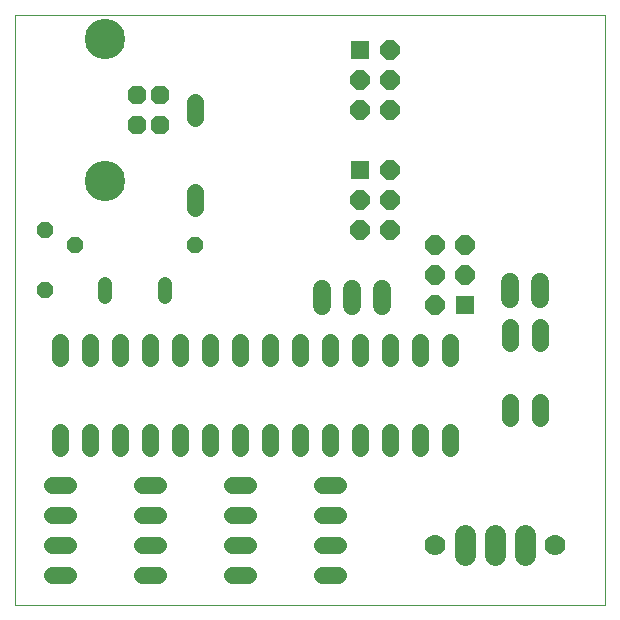
<source format=gbs>
G75*
G70*
%OFA0B0*%
%FSLAX24Y24*%
%IPPOS*%
%LPD*%
%AMOC8*
5,1,8,0,0,1.08239X$1,22.5*
%
%ADD10C,0.0000*%
%ADD11OC8,0.0614*%
%ADD12C,0.1346*%
%ADD13OC8,0.0560*%
%ADD14C,0.0560*%
%ADD15C,0.0480*%
%ADD16R,0.0640X0.0640*%
%ADD17OC8,0.0640*%
%ADD18C,0.0600*%
%ADD19C,0.0690*%
%ADD20C,0.0700*%
D10*
X001180Y001180D02*
X001180Y020865D01*
X020865Y020865D01*
X020865Y001180D01*
X001180Y001180D01*
D11*
X005247Y017188D03*
X006034Y017188D03*
X006034Y018172D03*
X005247Y018172D03*
D12*
X004180Y020050D03*
X004180Y015310D03*
D13*
X002180Y013680D03*
X003180Y013180D03*
X002180Y011680D03*
X007180Y013180D03*
D14*
X007180Y014420D02*
X007180Y014940D01*
X007180Y017420D02*
X007180Y017940D01*
X006680Y009940D02*
X006680Y009420D01*
X007680Y009420D02*
X007680Y009940D01*
X008680Y009940D02*
X008680Y009420D01*
X009680Y009420D02*
X009680Y009940D01*
X010680Y009940D02*
X010680Y009420D01*
X011680Y009420D02*
X011680Y009940D01*
X012680Y009940D02*
X012680Y009420D01*
X013680Y009420D02*
X013680Y009940D01*
X014680Y009940D02*
X014680Y009420D01*
X015680Y009420D02*
X015680Y009940D01*
X017680Y009920D02*
X017680Y010440D01*
X018680Y010440D02*
X018680Y009920D01*
X018680Y007940D02*
X018680Y007420D01*
X017680Y007420D02*
X017680Y007940D01*
X015680Y006940D02*
X015680Y006420D01*
X014680Y006420D02*
X014680Y006940D01*
X013680Y006940D02*
X013680Y006420D01*
X012680Y006420D02*
X012680Y006940D01*
X011680Y006940D02*
X011680Y006420D01*
X010680Y006420D02*
X010680Y006940D01*
X009680Y006940D02*
X009680Y006420D01*
X008680Y006420D02*
X008680Y006940D01*
X007680Y006940D02*
X007680Y006420D01*
X006680Y006420D02*
X006680Y006940D01*
X005680Y006940D02*
X005680Y006420D01*
X004680Y006420D02*
X004680Y006940D01*
X003680Y006940D02*
X003680Y006420D01*
X002680Y006420D02*
X002680Y006940D01*
X002420Y005180D02*
X002940Y005180D01*
X002940Y004180D02*
X002420Y004180D01*
X002420Y003180D02*
X002940Y003180D01*
X002940Y002180D02*
X002420Y002180D01*
X005420Y002180D02*
X005940Y002180D01*
X005940Y003180D02*
X005420Y003180D01*
X005420Y004180D02*
X005940Y004180D01*
X005940Y005180D02*
X005420Y005180D01*
X008420Y005180D02*
X008940Y005180D01*
X008940Y004180D02*
X008420Y004180D01*
X008420Y003180D02*
X008940Y003180D01*
X008940Y002180D02*
X008420Y002180D01*
X011420Y002180D02*
X011940Y002180D01*
X011940Y003180D02*
X011420Y003180D01*
X011420Y004180D02*
X011940Y004180D01*
X011940Y005180D02*
X011420Y005180D01*
X005680Y009420D02*
X005680Y009940D01*
X004680Y009940D02*
X004680Y009420D01*
X003680Y009420D02*
X003680Y009940D01*
X002680Y009940D02*
X002680Y009420D01*
D15*
X004180Y011460D02*
X004180Y011900D01*
X006180Y011900D02*
X006180Y011460D01*
D16*
X012680Y015680D03*
X012680Y019680D03*
X016180Y011180D03*
D17*
X016180Y012180D03*
X016180Y013180D03*
X015180Y013180D03*
X015180Y012180D03*
X015180Y011180D03*
X013680Y013680D03*
X013680Y014680D03*
X012680Y014680D03*
X012680Y013680D03*
X013680Y015680D03*
X013680Y017680D03*
X013680Y018680D03*
X012680Y018680D03*
X012680Y017680D03*
X013680Y019680D03*
D18*
X017680Y011960D02*
X017680Y011400D01*
X018680Y011400D02*
X018680Y011960D01*
X013430Y011710D02*
X013430Y011150D01*
X012430Y011150D02*
X012430Y011710D01*
X011430Y011710D02*
X011430Y011150D01*
D19*
X016180Y003505D02*
X016180Y002855D01*
X017180Y002855D02*
X017180Y003505D01*
X018180Y003505D02*
X018180Y002855D01*
D20*
X019180Y003180D03*
X015180Y003180D03*
M02*

</source>
